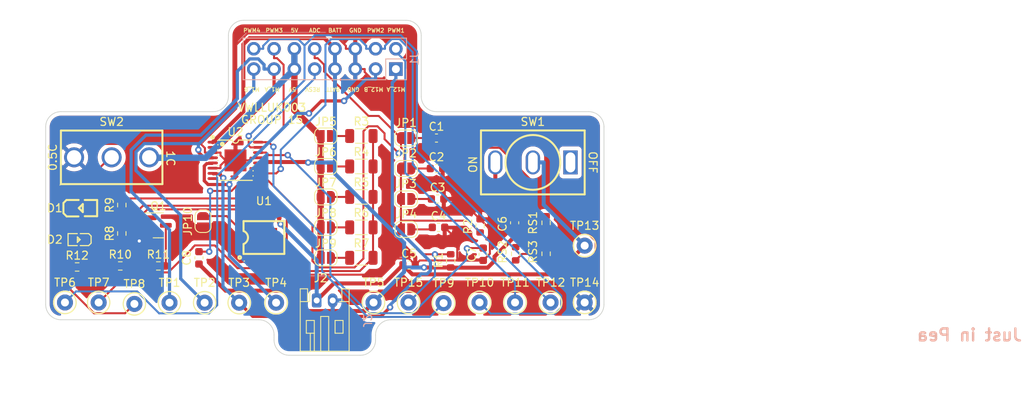
<source format=kicad_pcb>
(kicad_pcb (version 20211014) (generator pcbnew)
  (layers (0 "F.Cu" signal) (31 "B.Cu" signal) (34 "B.Paste" user) (35 "F.Paste" user) (36 "B.SilkS" user "B.Silkscreen") (37 "F.SilkS" user "F.Silkscreen") (38 "B.Mask" user) (39 "F.Mask" user) (44 "Edge.Cuts" user))
  (net 0 "")
  (net 1 "GND")
  (net 2 "Motor2_A")
  (net 3 "PWM1")
  (net 4 "Motor2_B")
  (net 5 "PWM2")
  (net 6 "BATT")
  (net 7 "RESV")
  (net 8 "BATT_ADC")
  (net 9 "5V")
  (net 10 "Motor1_A")
  (net 11 "PWM3")
  (net 12 "Motor1_B")
  (net 13 "PWM4")
  (net 14 "Net-(D1-Pad1)")
  (net 15 "Net-(D1-Pad2)")
  (net 16 "Net-(D2-Pad1)")
  (net 17 "Net-(JP5-Pad2)")
  (net 18 "BATT_SWITCH")
  (net 19 "Net-(JP6-Pad2)")
  (net 20 "Net-(JP7-Pad2)")
  (net 21 "Net-(JP9-Pad2)")
  (net 22 "Net-(JP10-Pad1)")
  (net 23 "OFF")
  (net 24 "nFAULT")
  (net 25 "Net-(Q1-Pad3)")
  (net 26 "Net-(C1-Pad1)")
  (net 27 "Net-(C2-Pad1)")
  (net 28 "Net-(C3-Pad1)")
  (net 29 "Net-(C4-Pad1)")
  (net 30 "Net-(C7-Pad2)")
  (net 31 "Net-(C8-Pad2)")
  (net 32 "Net-(JP8-Pad2)")
  (net 33 "GATE")
  (net 34 "Net-(R8-Pad1)")
  (net 35 "Net-(R9-Pad1)")
  (net 36 "CURRENT_LIM")
  (net 37 "Net-(RS1-Pad1)")
  (net 38 "Net-(RS1-Pad2)")
  (footprint "Resistor_SMD:R_0603_1608Metric" (layer "F.Cu") (at 135.128 105.029 -90)
    (fp_text reference "R1")
    (fp_text value "3k")
  )
  (footprint "JLC_Components:TSSOP-16_L5.0-W4.4-P0.65-LS6.4-BL-EP" (layer "F.Cu") (at 108.204 92.456 -90)
    (fp_text reference "U2")
    (fp_text value "DRV8833PW")
  )
  (footprint "Capacitor_SMD:C_0603_1608Metric" (layer "F.Cu") (at 103.632 104.648 90)
    (fp_text reference "C8")
    (fp_text value "10nF")
  )
  (footprint "TestPoint:TestPoint_Keystone_5000-5004_Miniature" (layer "F.Cu") (at 86.868 110.236)
    (fp_text reference "TP6")
    (fp_text value "RESV")
  )
  (footprint "Jumper:SolderJumper-2_P1.3mm_Open_RoundedPad1.0x1.5mm" (layer "F.Cu") (at 119.507 97.028)
    (fp_text reference "JP7")
    (fp_text value "1R")
  )
  (footprint "TestPoint:TestPoint_Keystone_5000-5004_Miniature" (layer "F.Cu") (at 129.8448 110.236)
    (fp_text reference "TP15")
    (fp_text value "BATT_ADC")
  )
  (footprint "Resistor_SMD:R_0603_1608Metric" (layer "F.Cu") (at 143.256 104.14 -90)
    (fp_text reference "RS2")
    (fp_text value "11k")
  )
  (footprint "Capacitor_SMD:C_0603_1608Metric" (layer "F.Cu") (at 133.604 100.838)
    (fp_text reference "C4")
    (fp_text value "10uF")
  )
  (footprint "Jumper:SolderJumper-2_P1.3mm_Open_RoundedPad1.0x1.5mm" (layer "F.Cu") (at 129.54 89.662 180)
    (fp_text reference "JP1")
    (fp_text value "10nF")
  )
  (footprint "TestPoint:TestPoint_Keystone_5000-5004_Miniature" (layer "F.Cu") (at 138.7348 110.236)
    (fp_text reference "TP10")
    (fp_text value "PWM4")
  )
  (footprint "Jumper:SolderJumper-2_P1.3mm_Open_RoundedPad1.0x1.5mm" (layer "F.Cu") (at 119.507 100.838)
    (fp_text reference "JP8")
    (fp_text value "1R")
  )
  (footprint "Capacitor_SMD:C_0603_1608Metric" (layer "F.Cu") (at 133.35 89.662)
    (fp_text reference "C1")
    (fp_text value "10nF")
  )
  (footprint "TestPoint:TestPoint_Keystone_5000-5004_Miniature" (layer "F.Cu") (at 151.892 103.124)
    (fp_text reference "TP13")
    (fp_text value "SWITCH")
  )
  (footprint "Resistor_SMD:R_1206_3216Metric" (layer "F.Cu") (at 123.952 104.648)
    (fp_text reference "R7")
    (fp_text value "1")
  )
  (footprint "Package_TO_SOT_SMD:SOT-23" (layer "F.Cu") (at 98.552 100.584)
    (fp_text reference "Q1")
    (fp_text value "AO3400A")
  )
  (footprint "JLC_Components:LED0805-R-RD" (layer "F.Cu") (at 88.9 98.425)
    (fp_text reference "D1")
    (fp_text value "GREEN")
  )
  (footprint "TestPoint:TestPoint_Keystone_5000-5004_Miniature" (layer "F.Cu") (at 143.1798 110.236)
    (fp_text reference "TP11")
    (fp_text value "PWM1")
  )
  (footprint "Capacitor_SMD:C_0603_1608Metric" (layer "F.Cu") (at 139.192 104.203 90)
    (fp_text reference "C7")
    (fp_text value "2.2uF")
  )
  (footprint "TestPoint:TestPoint_Keystone_5000-5004_Miniature" (layer "F.Cu") (at 95.5548 110.4138)
    (fp_text reference "TP8")
    (fp_text value "GATE")
  )
  (footprint "TestPoint:TestPoint_Keystone_5000-5004_Miniature" (layer "F.Cu") (at 91.0844 110.236)
    (fp_text reference "TP7")
    (fp_text value "CURRENT_LIM")
  )
  (footprint "Jumper:SolderJumper-2_P1.3mm_Open_RoundedPad1.0x1.5mm" (layer "F.Cu") (at 129.555 101.092 180)
    (fp_text reference "JP4")
    (fp_text value "10uF")
  )
  (footprint "Jumper:SolderJumper-2_P1.3mm_Open_RoundedPad1.0x1.5mm" (layer "F.Cu") (at 119.507 93.218)
    (fp_text reference "JP6")
    (fp_text value "1R")
  )
  (footprint "Capacitor_SMD:C_0603_1608Metric" (layer "F.Cu") (at 133.35 93.472)
    (fp_text reference "C2")
    (fp_text value "100nF")
  )
  (footprint "Connector_JST:JST_PH_S2B-PH-K_1x02_P2.00mm_Horizontal" (layer "F.Cu") (at 118.364 109.982)
    (fp_text reference "J2")
    (fp_text value "Conn_01x02_Female")
  )
  (footprint "Resistor_SMD:R_1206_3216Metric" (layer "F.Cu") (at 123.952 97.028)
    (fp_text reference "R5")
    (fp_text value "1")
  )
  (footprint "Resistor_SMD:R_0603_1608Metric" (layer "F.Cu") (at 88.392 105.791)
    (fp_text reference "R12")
    (fp_text value "10k")
  )
  (footprint "JLC_Components:LED0603-RD" (layer "F.Cu") (at 88.646 102.362 180)
    (fp_text reference "D2")
    (fp_text value "RED")
  )
  (footprint "Resistor_SMD:R_0603_1608Metric" (layer "F.Cu") (at 147.066 100.266 -90)
    (fp_text reference "RS1")
    (fp_text value "3.3k")
  )
  (footprint "Resistor_SMD:R_1206_3216Metric" (layer "F.Cu") (at 123.952 89.408)
    (fp_text reference "R3")
    (fp_text value "1")
  )
  (footprint "Resistor_SMD:R_1206_3216Metric" (layer "F.Cu") (at 123.952 93.218)
    (fp_text reference "R4")
    (fp_text value "1")
  )
  (footprint "Capacitor_SMD:C_0603_1608Metric" (layer "F.Cu") (at 133.49 97.282)
    (fp_text reference "C3")
    (fp_text value "1uF")
  )
  (footprint "TestPoint:TestPoint_Keystone_5000-5004_Miniature" (layer "F.Cu") (at 134.239 110.3122)
    (fp_text reference "TP9")
    (fp_text value "PWM3")
  )
  (footprint "TestPoint:TestPoint_Keystone_5000-5004_Miniature" (layer "F.Cu") (at 125.476 110.236)
    (fp_text reference "TP5")
    (fp_text value "BATT")
  )
  (footprint "JLC_Components:SW-TH_SS-12D10L5" (layer "F.Cu") (at 92.71 92.075)
    (fp_text reference "SW2")
    (fp_text value "SLIDE_SWITCH")
  )
  (footprint "Resistor_SMD:R_0603_1608Metric" (layer "F.Cu") (at 93.98 101.6 -90)
    (fp_text reference "R8")
    (fp_text value "1k")
  )
  (footprint "Jumper:SolderJumper-2_P1.3mm_Open_RoundedPad1.0x1.5mm" (layer "F.Cu") (at 104.14 100.076 -90)
    (fp_text reference "JP10")
    (fp_text value "EP")
  )
  (footprint "JLC_Components:ESOP-8_L4.9-W3.9-P1.27-LS6.0-BL-EP" (layer "F.Cu") (at 111.76 102.108)
    (fp_text reference "U1")
    (fp_text value "TP4056")
  )
  (footprint "TestPoint:TestPoint_Keystone_5000-5004_Miniature" (layer "F.Cu") (at 113.284 110.2614)
    (fp_text reference "TP4")
    (fp_text value "Motor2_B")
  )
  (footprint "Jumper:SolderJumper-2_P1.3mm_Open_RoundedPad1.0x1.5mm" (layer "F.Cu") (at 119.507 104.648)
    (fp_text reference "JP9")
    (fp_text value "1R")
  )
  (footprint "JLC_Components:SW-TH_MT-0-103-A101-M200-RS" (layer "F.Cu") (at 145.415 92.71 180)
    (fp_text reference "SW1")
    (fp_text value "SW_SPDT")
  )
  (footprint "TestPoint:TestPoint_Keystone_5000-5004_Miniature" (layer "F.Cu") (at 147.6248 110.236)
    (fp_text reference "TP12")
    (fp_text value "PWM2")
  )
  (footprint "Jumper:SolderJumper-2_P1.3mm_Open_RoundedPad1.0x1.5mm" (layer "F.Cu") (at 129.555 97.282 180)
    (fp_text reference "JP3")
    (fp_text value "1uF")
  )
  (footprint "Resistor_SMD:R_0603_1608Metric" (layer "F.Cu") (at 93.98 98.044 -90)
    (fp_text reference "R9")
    (fp_text value "1k")
  )
  (footprint "Resistor_SMD:R_0603_1608Metric" (layer "F.Cu") (at 147.066 104.139 -90)
    (fp_text reference "RS3")
    (fp_text value "2.7k")
  )
  (footprint "Jumper:SolderJumper-2_P1.3mm_Open_RoundedPad1.0x1.5mm" (layer "F.Cu") (at 129.555 93.472 180)
    (fp_text reference "JP2")
    (fp_text value "100nF")
  )
  (footprint "TestPoint:TestPoint_Keystone_5000-5004_Miniature" (layer "F.Cu") (at 104.3432 110.2614)
    (fp_text reference "TP2")
    (fp_text value "Motor1_B")
  )
  (footprint "TestPoint:TestPoint_Keystone_5000-5004_Miniature" (layer "F.Cu") (at 151.892 110.236)
    (fp_text reference "TP14")
    (fp_text value "GND")
  )
  (footprint "TestPoint:TestPoint_Keystone_5000-5004_Miniature" (layer "F.Cu") (at 108.6612 110.2614)
    (fp_text reference "TP3")
    (fp_text value "Motor2_A")
  )
  (footprint "Capacitor_SMD:C_0603_1608Metric" (layer "F.Cu") (at 129.921 105.537)
    (fp_text reference "C5")
    (fp_text value "10uF")
  )
  (footprint "TestPoint:TestPoint_Keystone_5000-5004_Miniature" (layer "F.Cu") (at 99.949 110.2614)
    (fp_text reference "TP1")
    (fp_text value "Motor1_A")
  )
  (footprint "Resistor_SMD:R_0603_1608Metric" (layer "F.Cu") (at 93.789 105.664)
    (fp_text reference "R10")
    (fp_text value "3k")
  )
  (footprint "Capacitor_SMD:C_0603_1608Metric" (layer "F.Cu") (at 143.129 100.266 -90)
    (fp_text reference "C6")
    (fp_text value "10uF")
  )
  (footprint "Jumper:SolderJumper-2_P1.3mm_Open_RoundedPad1.0x1.5mm" (layer "F.Cu") (at 119.507 89.408)
    (fp_text reference "JP5")
    (fp_text value "1R")
  )
  (footprint "Resistor_SMD:R_0603_1608Metric" (layer "F.Cu") (at 98.552 105.664)
    (fp_text reference "R11")
    (fp_text value "3k")
  )
  (footprint "Resistor_SMD:R_0603_1608Metric" (layer "F.Cu") (at 138.811 100.647 -90)
    (fp_text reference "R2")
    (fp_text value "10k")
  )
  (footprint "Resistor_SMD:R_1206_3216Metric" (layer "F.Cu") (at 123.952 100.838)
    (fp_text reference "R6")
    (fp_text value "1")
  )
  (footprint "Connector_PinHeader_2.54mm:PinHeader_2x08_P2.54mm_Vertical" (layer "B.Cu") (at 128.27 81.031 90)
    (fp_text reference "J1")
    (fp_text value "Conn_2x08")
  )
  (gr_arc (start 129.54 74.93) (mid 130.887038 75.487962) (end 131.445 76.835) (layer "Edge.Cuts") (width 0.1))
  (gr_arc (start 114.935 116.84) (mid 113.587962 116.282038) (end 113.03 114.935) (layer "Edge.Cuts") (width 0.1))
  (gr_line (start 125.73 114.935) (end 125.73 114.3) (layer "Edge.Cuts") (width 0.1))
  (gr_line (start 154.305 88.265001) (end 154.305001 110.490001) (layer "Edge.Cuts") (width 0.1))
  (gr_line (start 109.22 74.93) (end 129.54 74.93) (layer "Edge.Cuts") (width 0.1))
  (gr_line (start 114.935 116.84) (end 123.825 116.84) (layer "Edge.Cuts") (width 0.1))
  (gr_line (start 84.455 110.49) (end 84.455001 88.265001) (layer "Edge.Cuts") (width 0.1))
  (gr_line (start 127.635 112.395) (end 152.400001 112.395001) (layer "Edge.Cuts") (width 0.1))
  (gr_line (start 131.445 76.835) (end 131.445 84.455) (layer "Edge.Cuts") (width 0.1))
  (gr_arc (start 107.315 76.835) (mid 107.872962 75.487962) (end 109.22 74.93) (layer "Edge.Cuts") (width 0.1))
  (gr_arc (start 154.305001 110.490001) (mid 153.747039 111.837039) (end 152.400001 112.395001) (layer "Edge.Cuts") (width 0.1))
  (gr_arc (start 152.399999 86.360001) (mid 153.747038 86.917962) (end 154.304999 88.265001) (layer "Edge.Cuts") (width 0.1))
  (gr_arc (start 107.315 84.455) (mid 106.757038 85.802038) (end 105.41 86.36) (layer "Edge.Cuts") (width 0.1))
  (gr_arc (start 125.73 114.3) (mid 126.287962 112.952962) (end 127.635 112.395) (layer "Edge.Cuts") (width 0.1))
  (gr_line (start 86.36 112.395) (end 111.125 112.395) (layer "Edge.Cuts") (width 0.1))
  (gr_line (start 152.399999 86.360001) (end 133.35 86.36) (layer "Edge.Cuts") (width 0.1))
  (gr_arc (start 86.36 112.395) (mid 85.012962 111.837038) (end 84.455 110.49) (layer "Edge.Cuts") (width 0.1))
  (gr_line (start 113.03 114.3) (end 113.03 114.935) (layer "Edge.Cuts") (width 0.1))
  (gr_arc (start 111.125 112.395) (mid 112.472038 112.952962) (end 113.03 114.3) (layer "Edge.Cuts") (width 0.1))
  (gr_arc (start 125.73 114.935) (mid 125.172038 116.282038) (end 123.825 116.84) (layer "Edge.Cuts") (width 0.1))
  (gr_line (start 107.315 76.835) (end 107.315 84.455) (layer "Edge.Cuts") (width 0.1))
  (gr_arc (start 133.35 86.36) (mid 132.002962 85.802038) (end 131.445 84.455) (layer "Edge.Cuts") (width 0.1))
  (gr_arc (start 84.455001 88.265001) (mid 85.012962 86.917962) (end 86.360001 86.360001) (layer "Edge.Cuts") (width 0.1))
  (gr_line (start 105.41 86.360001) (end 86.360001 86.360001) (layer "Edge.Cuts") (width 0.1))
  (gr_text "Just in Pea" (at 200.025 114.3) (layer "B.SilkS") (effects (font (size 1.5 1.5) (thickness 0.3)) (justify mirror)))
  (gr_text "J2" (at 124.6925 112.522 -90) (layer "B.SilkS") (effects (font (size 1 1)) (justify mirror)))
  (gr_text "PWM4" (at 110.251 76.2) (layer "F.SilkS") (effects (font (size 0.5 0.5) (thickness 0.1))))
  (gr_text "PWM3\n" (at 113.045 76.2) (layer "F.SilkS") (effects (font (size 0.5 0.5) (thickness 0.1))))
  (gr_text "GND" (at 123.205 76.2) (layer "F.SilkS") (effects (font (size 0.5 0.5) (thickness 0.1))))
  (gr_text "ON" (at 137.922 92.964 90) (layer "F.SilkS") (effects (font (size 1 1))))
  (gr_text "5V" (at 115.585 76.2) (layer "F.SilkS") (effects (font (size 0.5 0.5) (thickness 0.1))))
  (gr_text "VWLLUK003" (at 112.776 85.852) (layer "F.SilkS") (effects (font (size 1 1))))
  (gr_text "ADC" (at 118.125 76.2) (layer "F.SilkS") (effects (font (size 0.5 0.5) (thickness 0.1))))
  (gr_text "OFF\n" (at 152.908 92.71 270) (layer "F.SilkS") (effects (font (size 1 1))))
  (gr_text "RESV" (at 117.871 83.566 180) (layer "F.SilkS") (effects (font (size 0.5 0.5) (thickness 0.1))))
  (gr_text "M1_B" (at 110.251 83.566 180) (layer "F.SilkS") (effects (font (size 0.5 0.5) (thickness 0.1))))
  (gr_text "M12_B" (at 125.491 83.566 180) (layer "F.SilkS") (effects (font (size 0.5 0.5) (thickness 0.1))))
  (gr_text "5V" (at 115.331 83.566 180) (layer "F.SilkS") (effects (font (size 0.5 0.5) (thickness 0.1))))
  (gr_text "PWM2" (at 125.745 76.2) (layer "F.SilkS") (effects (font (size 0.5 0.5) (thickness 0.1))))
  (gr_text "GROUP 15" (at 112.776 87.376) (layer "F.SilkS") (effects (font (size 1 1))))
  (gr_text "PWM1" (at 128.285 76.2) (layer "F.SilkS") (effects (font (size 0.5 0.5) (thickness 0.1))))
  (gr_text "0.5C" (at 85.344 92.075 90) (layer "F.SilkS") (effects (font (size 1 1))))
  (gr_text "GND" (at 122.951 83.566 180) (layer "F.SilkS") (effects (font (size 0.5 0.5) (thickness 0.1))))
  (gr_text "BATT" (at 120.665 76.2) (layer "F.SilkS") (effects (font (size 0.5 0.5) (thickness 0.1))))
  (gr_text "M1_A" (at 112.791 83.566 180) (layer "F.SilkS") (effects (font (size 0.5 0.5) (thickness 0.1))))
  (gr_text "M12_A" (at 128.285 83.566 180) (layer "F.SilkS") (effects (font (size 0.5 0.5) (thickness 0.1))))
  (gr_text "1C" (at 100.076 92.202 270) (layer "F.SilkS") (effects (font (size 1 1))))
  (gr_text "BATT" (at 120.411 83.566 180) (layer "F.SilkS") (effects (font (size 0.5 0.5) (thickness 0.1))))
  (segment (start 103.8629 90.399) (end 89.686 90.399) (width 0.25) (layer "F.Cu") (net 1))
  (segment (start 153.2682 106.1912) (end 150.5577 108.9017) (width 0.25) (layer "F.Cu") (net 1))
  (segment (start 96.1678 102.5414) (end 97.1752 101.534) (width 0.25) (layer "F.Cu") (net 1))
  (segment (start 129.8876 104.7286) (end 130.696 105.537) (width 0.25) (layer "F.Cu") (net 1))
  (segment (start 112.395 105.4797) (end 112.395 105.0163) (width 0.25) (layer "F.Cu") (net 1))
  (segment (start 143.065 92.8081) (end 146.2211 95.9642) (width 0.25) (layer "F.Cu") (net 1))
  (segment (start 124.3669 81.3989) (end 125.1759 82.2079) (width 0.25) (layer "F.Cu") (net 1))
  (segment (start 97.1752 101.534) (end 97.6145 101.534) (width 0.25) (layer "F.Cu") (net 1))
  (segment (start 111.054 92.1311) (end 110.0771 92.1311) (width 0.25) (layer "F.Cu") (net 1))
  (segment (start 140.03 104.14) (end 139.192 104.978) (width 0.25) (layer "F.Cu") (net 1))
  (segment (start 109.855 105.0163) (end 109.855 104.0894) (width 0.25) (layer "F.Cu") (net 1))
  (segment (start 126.3283 106.7548) (end 128.3545 104.7286) (width 0.25) (layer "F.Cu") (net 1))
  (segment (start 109.7226 76.5672) (end 107.9818 78.308) (width 0.25) (layer "F.Cu") (net 1))
  (segment (start 110.0771 92.2798) (end 110.0771 92.1311) (width 0.25) (layer "F.Cu") (net 1))
  (segment (start 130.696 105.537) (end 131.255 104.978) (width 0.25) (layer "F.Cu") (net 1))
  (segment (start 105.354 91.4809) (end 106.3309 91.4809) (width 0.25) (layer "F.Cu") (net 1))
  (segment (start 146.683 95.9642) (end 153.2682 102.5494) (width 0.25) (layer "F.Cu") (net 1))
  (segment (start 112.395 105.0163) (end 112.395 104.0894) (width 0.25) (layer "F.Cu") (net 1))
  (segment (start 122.0131 78.1252) (end 120.4551 76.5672) (width 0.25) (layer "F.Cu") (net 1))
  (segment (start 138.811 99.822) (end 140.03 101.041) (width 0.25) (layer "F.Cu") (net 1))
  (segment (start 122.0131 78.491) (end 122.0131 78.1252) (width 0.25) (layer "F.Cu") (net 1))
  (segment (start 89.686 90.399) (end 88.01 92.075) (width 0.25) (layer "F.Cu") (net 1))
  (segment (start 125.1759 82.2079) (end 126.6709 82.2079) (width 0.25) (layer "F.Cu") (net 1))
  (segment (start 112.395 104.0894) (end 109.855 104.0894) (width 0.25) (layer "F.Cu") (net 1))
  (segment (start 120.364 109.982) (end 121.2909 109.982) (width 0.25) (layer "F.Cu") (net 1))
  (segment (start 108.204 92.456) (end 109.9009 92.456) (width 0.25) (layer "F.Cu") (net 1))
  (segment (start 89.344 105.664) (end 89.217 105.791) (width 0.25) (layer "F.Cu") (net 1))
  (segment (start 96.1678 102.5414) (end 93.0452 105.664) (width 0.25) (layer "F.Cu") (net 1))
  (segment (start 106.9584 92.456) (end 106.3309 93.0835) (width 0.25) (layer "F.Cu") (net 1))
  (segment (start 121.2909 109.982) (end 122.3712 108.9017) (width 0.25) (layer "F.Cu") (net 1))
  (segment (start 146.2211 95.9642) (end 146.683 95.9642) (width 0.25) (layer "F.Cu") (net 1))
  (segment (start 134.125 90.8771) (end 141.2491 90.8771) (width 0.25) (layer "F.Cu") (net 1))
  (segment (start 104.3771 91.4809) (end 104.3771 90.9132) (width 0.25) (layer "F.Cu") (net 1))
  (segment (start 140.03 101.041) (end 143.129 101.041) (width 0.25) (layer "F.Cu") (net 1))
  (segment (start 126.6709 82.2079) (end 134.125 89.662) (width 0.25) (layer "F.Cu") (net 1))
  (segment (start 134.125 93.472) (end 134.125 97.142) (width 0.25) (layer "F.Cu") (net 1))
  (segment (start 92.964 105.664) (end 89.344 105.664) (width 0.25) (layer "F.Cu") (net 1))
  (segment (start 135.9485 102.4075) (end 134.379 100.838) (width 0.25) (layer "F.Cu") (net 1))
  (segment (start 109.9009 92.456) (end 110.0771 92.2798) (width 0.25) (layer "F.Cu") (net 1))
  (segment (start 136.271 97.282) (end 138.811 99.822) (width 0.25) (layer "F.Cu") (net 1))
  (segment (start 104.14 100.726) (end 107.5034 104.0894) (width 0.25) (layer "F.Cu") (net 1))
  (segment (start 113.2066 106.7548) (end 126.3283 106.7548) (width 0.25) (layer "F.Cu") (net 1))
  (segment (start 122.3712 108.9017) (end 150.5577 108.9017) (width 0.25) (layer "F.Cu") (net 1))
  (segment (start 143.065 92.693) (end 143.065 92.8081) (width 0.25) (layer "F.Cu") (net 1))
  (segment (start 150.5577 108.9017) (end 151.892 110.236) (width 0.25) (layer "F.Cu") (net 1))
  (segment (start 141.2491 90.8771) (end 143.065 92.693) (width 0.25) (layer "F.Cu") (net 1))
  (segment (start 124.3669 81.031) (end 124.3669 81.3989) (width 0.25) (layer "F.Cu") (net 1))
  (segment (start 93.0452 105.664) (end 92.964 105.664) (width 0.25) (layer "F.Cu") (net 1))
  (segment (start 107.9818 78.308) (end 107.9818 86.2801) (width 0.25) (layer "F.Cu") (net 1))
  (segment (start 134.265 97.282) (end 136.271 97.282) (width 0.25) (layer "F.Cu") (net 1))
  (segment (start 134.125 89.662) (end 134.125 90.8771) (width 0.25) (layer "F.Cu") (net 1))
  (segment (start 123.19 78.491) (end 122.0131 78.491) (width 0.25) (layer "F.Cu") (net 1))
  (segment (start 128.3545 104.7286) (end 129.8876 104.7286) (width 0.25) (layer "F.Cu") (net 1))
  (segment (start 106.3309 91.8285) (end 106.3309 91.4809) (width 0.25) (layer "F.Cu") (net 1))
  (segment (start 140.03 101.041) (end 140.03 104.14) (width 0.25) (layer "F.Cu") (net 1))
  (segment (start 131.255 104.978) (end 135.9485 104.978) (width 0.25) (layer "F.Cu") (net 1))
  (segment (start 153.2682 102.5494) (end 153.2682 106.1912) (width 0.25) (layer "F.Cu") (net 1))
  (segment (start 135.9485 104.978) (end 139.192 104.978) (width 0.25) (layer "F.Cu") (net 1))
  (segment (start 107.9818 86.2801) (end 103.8629 90.399) (width 0.25) (layer "F.Cu") (net 1))
  (segment (start 104.3771 90.9132) (end 103.8629 90.399) (width 0.25) (layer "F.Cu") (net 1))
  (segment (start 134.125 97.142) (end 134.265 97.282) (width 0.25) (layer "F.Cu") (net 1))
  (segment (start 107.5034 104.0894) (end 109.855 104.0894) (width 0.25) (layer "F.Cu") (net 1))
  (segment (start 134.125 90.8771) (end 134.125 93.472) (width 0.25) (layer "F.Cu") (net 1))
  (segment (start 108.204 92.456) (end 106.9584 92.456) (width 0.25) (layer "F.Cu") (net 1))
  (segment (start 105.354 91.4809) (end 104.3771 91.4809) (width 0.25) (layer "F.Cu") (net 1))
  (segment (start 123.19 81.031) (end 124.3669 81.031) (width 0.25) (layer "F.Cu") (net 1))
  (segment (start 106.3309 93.0835) (end 106.3309 93.4311) (width 0.25) (layer "F.Cu") (net 1))
  (segment (start 112.395 105.4797) (end 112.395 105.9432) (width 0.25) (layer "F.Cu") (net 1))
  (segment (start 135.9485 104.978) (end 135.9485 102.4075) (width 0.25) (layer "F.Cu") (net 1))
  (segment (start 106.9584 92.456) (end 106.3309 91.8285) (width 0.25) (layer "F.Cu") (net 1))
  (segment (start 105.354 93.4311) (end 106.3309 93.4311) (width 0.25) (layer "F.Cu") (net 1))
  (segment (start 112.395 105.9432) (end 113.2066 106.7548) (width 0.25) (layer "F.Cu") (net 1))
  (segment (start 120.4551 76.5672) (end 109.7226 76.5672) (width 0.25) (layer "F.Cu") (net 1))
  (via (at 96.1678 102.5414) (size 0.8) (drill 0.4) (layers "F.Cu" "B.Cu") (net 1))
  (segment (start 123.19 78.491) (end 123.19 81.031) (width 0.25) (layer "B.Cu") (net 1))
  (segment (start 96.1678 100.2328) (end 96.1678 102.5414) (width 0.25) (layer "B.Cu") (net 1))
  (segment (start 88.01 92.075) (end 96.1678 100.2328) (width 0.25) (layer "B.Cu") (net 1))
  (segment (start 106.6751 94.661) (end 106.305 94.2909) (width 0.4) (layer "F.Cu") (net 2))
  (segment (start 106.305 94.2909) (end 106.305 94.1557) (width 0.4) (layer "F.Cu") (net 2))
  (segment (start 108.6612 110.2614) (end 110.372 111.9722) (width 0.4) (layer "F.Cu") (net 2))
  (segment (start 126.4045 111.9722) (end 127.5418 110.8349) (width 0.4) (layer "F.Cu") (net 2))
  (segment (start 110.372 111.9722) (end 126.4045 111.9722) (width 0.4) (layer "F.Cu") (net 2))
  (segment (start 106.305 94.1557) (end 105.4286 94.1557) (width 0.3498) (layer "F.Cu") (net 2))
  (segment (start 105.4286 94.1557) (end 105.354 94.0811) (width 0.3498) (layer "F.Cu") (net 2))
  (via (at 127.5418 110.8349) (size 0.8) (drill 0.4) (layers "F.Cu" "B.Cu") (net 2))
  (via (at 106.6751 94.661) (size 0.8) (drill 0.4) (layers "F.Cu" "B.Cu") (net 2))
  (segment (start 128.27 81.031) (end 128.27 82.2829) (width 0.4) (layer "B.Cu") (net 2))
  (segment (start 132.5986 105.1489) (end 127.8231 100.3734) (width 0.4) (layer "B.Cu") (net 2))
  (segment (start 127.5418 110.5532) (end 131.4316 106.6634) (width 0.4) (layer "B.Cu") (net 2))
  (segment (start 108.6612 110.2614) (end 106.6338 108.234) (width 0.4) (layer "B.Cu") (net 2))
  (segment (start 106.6338 108.234) (end 106.6338 94.7023) (width 0.4) (layer "B.Cu") (net 2))
  (segment (start 131.4316 106.6634) (end 132.175 106.6634) (width 0.4) (layer "B.Cu") (net 2))
  (segment (start 127.8231 100.3734) (end 127.8231 82.7298) (width 0.4) (layer "B.Cu") (net 2))
  (segment (start 127.8231 82.7298) (end 128.27 82.2829) (width 0.4) (layer "B.Cu") (net 2))
  (segment (start 132.5986 106.2398) (end 132.5986 105.1489) (width 0.4) (layer "B.Cu") (net 2))
  (segment (start 106.6338 94.7023) (end 106.6751 94.661) (width 0.4) (layer "B.Cu") (net 2))
  (segment (start 132.175 106.6634) (end 132.5986 106.2398) (width 0.4) (layer "B.Cu") (net 2))
  (segment (start 127.5418 110.8349) (end 127.5418 110.5532) (width 0.4) (layer "B.Cu") (net 2))
  (segment (start 117.8291 105.0396) (end 117.8291 100.5293) (width 0.25) (layer "F.Cu") (net 3))
  (segment (start 117.8291 100.5293) (end 112.0309 94.7311) (width 0.25) (layer "F.Cu") (net 3))
  (segment (start 124.2115 104.7345) (end 123.095 105.851) (width 0.25) (layer "F.Cu") (net 3))
  (segment (start 126.8556 89.7976) (end 126.8556 89.08) (width 0.25) (layer "F.Cu") (net 3))
  (segment (start 118.6405 105.851) (end 117.8291 105.0396) (width 0.25) (layer "F.Cu") (net 3))
  (segment (start 111.054 94.7311) (end 112.0309 94.7311) (width 0.25) (layer "F.Cu") (net 3))
  (segment (start 123.095 105.851) (end 118.6405 105.851) (width 0.25) (layer "F.Cu") (net 3))
  (segment (start 128.625 91.567) (end 126.8556 89.7976) (width 0.25) (layer "F.Cu") (net 3))
  (segment (start 124.2115 88.8074) (end 124.2115 104.7345) (width 0.25) (layer "F.Cu") (net 3))
  (segment (start 124.8297 88.1892) (end 124.2115 88.8074) (width 0.25) (layer "F.Cu") (net 3))
  (segment (start 126.8556 89.08) (end 125.9648 88.1892) (width 0.25) (layer "F.Cu") (net 3))
  (segment (start 125.9648 88.1892) (end 124.8297 88.1892) (width 0.25) (layer "F.Cu") (net 3))
  (via (at 128.625 91.567) (size 0.8) (drill 0.4) (layers "F.Cu" "B.Cu") (net 3))
  (segment (start 129.4469 91.567) (end 129.4469 94.0177) (width 0.25) (layer "B.Cu") (net 3))
  (segment (start 128.27 79.0794) (end 128.4904 79.0794) (width 0.25) (layer "B.Cu") (net 3))
  (segment (start 128.27 78.491) (end 128.27 79.0794) (width 0.25) (layer "B.Cu") (net 3))
  (segment (start 128.4904 79.0794) (end 129.4469 80.0359) (width 0.25) (layer "B.Cu") (net 3))
  (segment (start 129.4469 80.0359) (end 129.4469 91.567) (width 0.25) (layer "B.Cu") (net 3))
  (segment (start 129.4469 94.0177) (end 143.1798 107.7506) (width 0.25) (layer "B.Cu") (net 3))
  (segment (start 129.4469 91.567) (end 128.625 91.567) (width 0.25) (layer "B.Cu") (net 3))
  (segment (start 143.1798 107.7506) (end 143.1798 110.236) (width 0.25) (layer "B.Cu") (net 3))
  (segment (start 104.3021 93.1575) (end 104.3021 95.0106) (width 0.4) (layer "F.Cu") (net 4))
  (segment (start 105.2794 92.8557) (end 104.6039 92.8557) (width 0.3498) (layer "F.Cu") (net 4))
  (segment (start 104.7678 95.4763) (end 107.4358 95.4763) (width 0.4) (layer "F.Cu") (net 4))
  (segment (start 121.7895 85.0181) (end 118.9573 85.0181) (width 0.4) (layer "F.Cu") (net 4))
  (segment (start 105.354 92.7811) (end 105.2794 92.8557) (width 0.3498) (layer "F.Cu") (net 4))
  (segment (start 104.3021 95.0106) (end 104.7678 95.4763) (width 0.4) (layer "F.Cu") (net 4))
  (segment (start 118.9573 85.0181) (end 117.3946 86.5808) (width 0.4) (layer "F.Cu") (net 4))
  (segment (start 104.6039 92.8557) (end 104.3021 93.1575) (width 0.4) (layer "F.Cu") (net 4))
  (via (at 107.4358 95.4763) (size 0.8) (drill 0.4) (layers "F.Cu" "B.Cu") (net 4))
  (via (at 121.7895 85.0181) (size 0.8) (drill 0.4) (layers "F.Cu" "B.Cu") (net 4))
  (via (at 117.3946 86.5808) (size 0.8) (drill 0.4) (layers "F.Cu" "B.Cu") (net 4))
  (segment (start 125.73 81.031) (end 125.73 82.2829) (width 0.4) (layer "B.Cu") (net 4))
  (segment (start 116 86.5808) (end 107.4358 95.145) (width 0.4) (layer "B.Cu") (net 4))
  (segment (start 107.4358 104.4132) (end 113.284 110.2614) (width 0.4) (layer "B.Cu") (net 4))
  (segment (start 107.4358 95.4763) (end 107.4358 104.4132) (width 0.4) (layer "B.Cu") (net 4))
  (segment (start 117.3946 86.5808) (end 116 86.5808) (width 0.4) (layer "B.Cu") (net 4))
  (segment (start 107.4358 95.145) (end 107.4358 95.4763) (width 0.4) (layer "B.Cu") (net 4))
  (segment (start 124.5247 82.2829) (end 121.7895 85.0181) (width 0.4) (layer "B.Cu") (net 4))
  (segment (start 125.73 82.2829) (end 124.5247 82.2829) (width 0.4) (layer "B.Cu") (net 4))
  (segment (start 111.054 94.0811) (end 113.3074 94.0811) (width 0.25) (layer "F.Cu") (net 5))
  (segment (start 113.3074 94.0811) (end 113.8721 93.5164) (width 0.25) (layer "F.Cu") (net 5))
  (via (at 113.8721 93.5164) (size 0.8) (drill 0.4) (layers "F.Cu" "B.Cu") (net 5))
  (segment (start 113.8721 91.1313) (end 119.4597 85.5437) (width 0.25) (layer "B.Cu") (net 5))
  (segment (start 113.8721 93.5164) (end 113.8721 91.1313) (width 0.25) (layer "B.Cu") (net 5))
  (segment (start 123.7175 77.2876) (end 124.5531 78.1232) (width 0.25) (layer "B.Cu") (net 5))
  (segment (start 120.1754 77.2876) (end 123.7175 77.2876) (width 0.25) (layer "B.Cu") (net 5))
  (segment (start 119.4597 85.5437) (end 119.4597 78.0033) (width 0.25) (layer "B.Cu") (net 5))
  (segment (start 124.5531 78.1232) (end 124.5531 78.491) (width 0.25) (layer "B.Cu") (net 5))
  (segment (start 126.9069 78.1252) (end 127.755 77.2771) (width 0.25) (layer "B.Cu") (net 5))
  (segment (start 128.7249 77.2771) (end 130.375 78.9272) (width 0.25) (layer "B.Cu") (net 5))
  (segment (start 125.73 78.491) (end 124.5531 78.491) (width 0.25) (layer "B.Cu") (net 5))
  (segment (start 130.375 92.9862) (end 147.6248 110.236) (width 0.25) (layer "B.Cu") (net 5))
  (segment (start 130.375 78.9272) (end 130.375 92.9862) (width 0.25) (layer "B.Cu") (net 5))
  (segment (start 125.73 78.491) (end 126.0243 78.491) (width 0.25) (layer "B.Cu") (net 5))
  (segment (start 127.755 77.2771) (end 128.7249 77.2771) (width 0.25) (layer "B.Cu") (net 5))
  (segment (start 126.0243 78.491) (end 126.9069 78.491) (width 0.25) (layer "B.Cu") (net 5))
  (segment (start 119.4597 78.0033) (end 120.1754 77.2876) (width 0.25) (layer "B.Cu") (net 5))
  (segment (start 126.9069 78.491) (end 126.9069 78.1252) (width 0.25) (layer "B.Cu") (net 5))
  (segment (start 143.1317 101.9743) (end 140.6054 104.5006) (width 0.5) (layer "F.Cu") (net 6))
  (segment (start 109.1881 77.9357) (end 109.1881 86.3468) (width 0.5) (layer "F.Cu") (net 6))
  (segment (start 144.0885 100.4505) (end 144.0885 101.5498) (width 0.5) (layer "F.Cu") (net 6))
  (segment (start 140.715 97.077) (end 143.129 99.491) (width 0.5) (layer "F.Cu") (net 6))
  (segment (start 120.65 78.491) (end 119.3263 77.1673) (width 0.5) (layer "F.Cu") (net 6))
  (segment (start 112.055 92.7565) (end 111.0786 92.7565) (width 0.3498) (layer "F.Cu") (net 6))
  (segment (start 125.476 110.236) (end 124.4021 111.3099) (width 0.5) (layer "F.Cu") (net 6))
  (segment (start 119.3263 77.1673) (end 109.9565 77.1673) (width 0.5) (layer "F.Cu") (net 6))
  (segment (start 109.1881 86.3468) (end 105.354 90.1809) (width 0.5) (layer "F.Cu") (net 6))
  (segment (start 135.1241 105.8579) (end 131.788 105.8579) (width 0.5) (layer "F.Cu") (net 6))
  (segment (start 135.1548 105.8808) (end 135.128 105.854) (width 0.5) (layer "F.Cu") (net 6))
  (segment (start 124.4021 111.3099) (end 116.948 111.3099) (width 0.5) (layer "F.Cu") (net 6))
  (segment (start 139.7585 105.8808) (end 135.1548 105.8808) (width 0.5) (layer "F.Cu") (net 6))
  (segment (start 140.6054 104.5006) (end 140.6054 105.0339) (width 0.5) (layer "F.Cu") (net 6))
  (segment (start 140.715 92.71) (end 140.715 97.077) (width 0.5) (layer "F.Cu") (net 6))
  (segment (start 117.2321 92.6644) (end 117.2943 92.7266) (width 0.5) (layer "F.Cu") (net 6))
  (segment (start 112.1471 92.6644) (end 117.2321 92.6644) (width 0.5) (layer "F.Cu") (net 6))
  (segment (start 109.9565 77.1673) (end 109.1881 77.9357) (width 0.5) (layer "F.Cu") (net 6))
  (segment (start 144.0885 101.5498) (end 143.664 101.9743) (width 0.5) (layer "F.Cu") (net 6))
  (segment (start 111.0786 92.7565) (end 111.054 92.7811) (width 0.3498) (layer "F.Cu") (net 6))
  (segment (start 135.128 105.854) (end 135.1241 105.8579) (width 0.5) (layer "F.Cu") (net 6))
  (segment (start 140.6054 105.0339) (end 139.7585 105.8808) (width 0.5) (layer "F.Cu") (net 6))
  (segment (start 106.9649 108.7559) (end 103.632 105.423) (width 0.5) (layer "F.Cu") (net 6))
  (segment (start 112.055 92.7565) (end 112.1471 92.6644) (width 0.5) (layer "F.Cu") (net 6))
  (segment (start 114.394 108.7559) (end 106.9649 108.7559) (width 0.5) (layer "F.Cu") (net 6))
  (segment (start 116.948 111.3099) (end 114.394 108.7559) (width 0.5) (layer "F.Cu") (net 6))
  (segment (start 143.129 99.491) (end 144.0885 100.4505) (width 0.5) (layer "F.Cu") (net 6))
  (segment (start 143.664 101.9743) (end 143.1317 101.9743) (width 0.5) (layer "F.Cu") (net 6))
  (via (at 131.788 105.8579) (size 0.8) (drill 0.4) (layers "F.Cu" "B.Cu") (net 6))
  (via (at 117.2943 92.7266) (size 0.8) (drill 0.4) (layers "F.Cu" "B.Cu") (net 6))
  (segment (start 120.65 92.7266) (end 120.65 94.1222) (width 0.5) (layer "B.Cu") (net 6))
  (segment (start 120.65 92.7266) (end 117.2943 92.7266) (width 0.5) (layer "B.Cu") (net 6))
  (segment (start 129.3047 102.7769) (end 129.3047 105.8579) (width 0.5) (layer "B.Cu") (net 6))
  (segment (start 129.3047 105.8579) (end 129.3047 106.4073) (width 0.5) (layer "B.Cu") (net 6))
  (segment (start 120.65 78.491) (end 120.65 81.031) (width 0.5) (layer "B.Cu") (net 6))
  (segment (start 129.3047 105.8579) (end 131.788 105.8579) (width 0.5) (layer "B.Cu") (net 6))
  (segment (start 129.3047 106.4073) (end 125.476 110.236) (width 0.5) (layer "B.Cu") (net 6))
  (segment (start 120.65 94.1222) (end 129.3047 102.7769) (width 0.5) (layer "B.Cu") (net 6))
  (segment (start 120.65 81.031) (end 120.65 92.7266) (width 0.5) (layer "B.Cu") (net 6))
  (segment (start 105.9162 94.392) (end 105.9162 110.5767) (width 0.25) (layer "B.Cu") (net 7))
  (segment (start 104.8987 111.5942) (end 98.65 111.5942) (width 0.25) (layer "B.Cu") (net 7))
  (segment (start 118.11 81.031) (end 118.11 82.2079) (width 0.25) (layer "B.Cu") (net 7))
  (segment (start 118.11 82.2079) (end 118.1003 82.2079) (width 0.25) (layer "B.Cu") (net 7))
  (segment (start 88.2568 108.8472) (end 86.868 110.236) (width 0.25) (layer "B.Cu") (net 7))
  (segment (start 118.1003 82.2079) (end 105.9162 94.392) (width 0.25) (layer "B.Cu") (net 7))
  (segment (start 105.9162 110.5767) (end 104.8987 111.5942) (width 0.25) (layer "B.Cu") (net 7))
  (segment (start 98.65 111.5942) (end 95.903 108.8472) (width 0.25) (layer "B.Cu") (net 7))
  (segment (start 95.903 108.8472) (end 88.2568 108.8472) (width 0.25) (layer "B.Cu") (net 7))
  (segment (start 128.905 99.9997) (end 137.3387 99.9997) (width 0.25) (layer "F.Cu") (net 8))
  (segment (start 128.905 97.282) (end 128.905 99.9997) (width 0.25) (layer "F.Cu") (net 8))
  (segment (start 133.1576 104.204) (end 133.1576 104.2155) (width 0.25) (layer "F.Cu") (net 8))
  (segment (start 135.128 104.204) (end 133.1576 104.204) (width 0.25) (layer "F.Cu") (net 8))
  (segment (start 128.9051 90.8191) (end 128.905 90.8191) (width 0.25) (layer "F.Cu") (net 8))
  (segment (start 118.4779 79.6679) (end 119.2869 80.4769) (width 0.25) (layer "F.Cu") (net 8))
  (segment (start 124.8427 86.8948) (end 126.1228 86.8948) (width 0.25) (layer "F.Cu") (net 8))
  (segment (start 129.3519 91.2659) (end 128.9051 90.8191) (width 0.25) (layer "F.Cu") (net 8))
  (segment (start 128.905 99.9997) (end 128.905 101.092) (width 0.25) (layer "F.Cu") (net 8))
  (segment (start 128.905 93.472) (end 128.905 97.282) (width 0.25) (layer "F.Cu") (net 8))
  (segment (start 118.11 79.6679) (end 118.4779 79.6679) (width 0.25) (layer "F.Cu") (net 8))
  (segment (start 128.905 89.677) (end 128.89 89.662) (width 0.25) (layer "F.Cu") (net 8))
  (segment (start 128.905 93.472) (end 129.3519 93.0251) (width 0.25) (layer "F.Cu") (net 8))
  (segment (start 118.11 78.491) (end 118.11 79.6679) (width 0.25) (layer "F.Cu") (net 8))
  (segment (start 119.2869 81.339) (end 124.8427 86.8948) (width 0.25) (layer "F.Cu") (net 8))
  (segment (start 131.567 104.204) (end 128.905 101.542) (width 0.25) (layer "F.Cu") (net 8))
  (segment (start 119.2869 80.4769) (end 119.2869 81.339) (width 0.25) (layer "F.Cu") (net 8))
  (segment (start 126.1228 86.8948) (end 128.89 89.662) (width 0.25) (layer "F.Cu") (net 8))
  (segment (start 128.905 101.542) (end 128.905 101.092) (width 0.25) (layer "F.Cu") (net 8))
  (segment (start 129.3519 93.0251) (end 129.3519 91.2659) (width 0.25) (layer "F.Cu") (net 8))
  (segment (start 133.1576 104.204) (end 131.567 104.204) (width 0.25) (layer "F.Cu") (net 8))
  (segment (start 137.3387 99.9997) (end 138.811 101.472) (width 0.25) (layer "F.Cu") (net 8))
  (segment (start 128.905 90.8191) (end 128.905 89.677) (width 0.25) (layer "F.Cu") (net 8))
  (via (at 133.1576 104.2155) (size 0.8) (drill 0.4) (layers "F.Cu" "B.Cu") (net 8))
  (segment (start 129.8448 110.236) (end 133.1576 106.9232) (width 0.25) (layer "B.Cu") (net 8))
  (segment (start 133.1576 106.9232) (end 133.1576 104.2155) (width 0.25) (layer "B.Cu") (net 8))
  (segment (start 118.857 97.028) (end 118.857 100.838) (width 0.8) (layer "F.Cu") (net 9))
  (segment (start 118.857 93.218) (end 118.857 89.408) (width 0.8) (layer "F.Cu") (net 9))
  (segment (start 118.857 93.218) (end 118.857 97.028) (width 0.8) (layer "F.Cu") (net 9))
  (segment (start 115.57 86.173) (end 118.805 89.408) (width 0.8) (layer "F.Cu") (net 9))
  (segment (start 115.57 82.4829) (end 115.57 86.173) (width 0.8) (layer "F.Cu") (net 9))
  (segment (start 118.857 100.838) (end 118.857 104.648) (width 0.8) (layer "F.Cu") (net 9))
  (segment (start 115.57 81.031) (end 115.57 82.4829) (width 0.8) (layer "F.Cu") (net 9))
  (segment (start 118.805 89.408) (end 118.857 89.408) (width 0.8) (layer "F.Cu") (net 9))
  (segment (start 97.41 92.075) (end 97.4628 92.1278) (width 0.8) (layer "B.Cu") (net 9))
  (segment (start 104.4732 92.1278) (end 115.57 81.031) (width 0.8) (layer "B.Cu") (net 9))
  (segment (start 97.4628 92.1278) (end 104.4732 92.1278) (width 0.8) (layer "B.Cu") (net 9))
  (segment (start 115.57 78.491) (end 115.57 81.031) (width 0.8) (layer "B.Cu") (net 9))
  (segment (start 106.3402 90.7192) (end 106.2285 90.8309) (width 0.3498) (layer "F.Cu") (net 10))
  (segment (start 113.03 84.0294) (end 106.3402 90.7192) (width 0.4) (layer "F.Cu") (net 10))
  (segment (start 106.2285 90.8309) (end 105.354 90.8309) (width 0.3498) (layer "F.Cu") (net 10))
  (segment (start 113.03 81.031) (end 113.03 84.0294) (width 0.4) (layer "F.Cu") (net 10))
  (segment (start 95.1457 91.1481) (end 95.1457 96.3463) (width 0.4) (layer "B.Cu") (net 10))
  (segment (start 113.03 81.031) (end 111.7781 81.031) (width 0.4) (layer "B.Cu") (net 10))
  (segment (start 111.0558 79.761) (end 109.9855 79.761) (width 0.4) (layer "B.Cu") (net 10))
  (segment (start 99.949 101.1496) (end 99.949 110.2614) (width 0.4) (layer "B.Cu") (net 10))
  (segment (start 108.435 81.3115) (end 108.435 84.7309) (width 0.4) (layer "B.Cu") (net 10))
  (segment (start 95.1457 96.3463) (end 99.949 101.1496) (width 0.4) (layer "B.Cu") (net 10))
  (segment (start 96.9948 89.299) (end 95.1457 91.1481) (width 0.4) (layer "B.Cu") (net 10))
  (segment (start 108.435 84.7309) (end 103.8669 89.299) (width 0.4) (layer "B.Cu") (net 10))
  (segment (start 103.8669 89.299) (end 96.9948 89.299) (width 0.4) (layer "B.Cu") (net 10))
  (segment (start 109.9855 79.761) (end 108.435 81.3115) (width 0.4) (layer "B.Cu") (net 10))
  (segment (start 111.7781 81.031) (end 111.7781 80.4833) (width 0.4) (layer "B.Cu") (net 10))
  (segment (start 111.7781 80.4833) (end 111.0558 79.761) (width 0.4) (layer "B.Cu") (net 10))
  (segment (start 111.9175 90.1809) (end 112.3665 90.1809) (width 0.25) (layer "F.Cu") (net 11))
  (segment (start 111.054 90.1809) (end 111.9175 90.1809) (width 0.25) (layer "F.Cu") (net 11))
  (segment (start 114.2227 88.3247) (end 112.3665 90.1809) (width 0.25) (layer "F.Cu") (net 11))
  (segment (start 114.2227 80.4928) (end 114.2227 88.3247) (width 0.25) (layer "F.Cu") (net 11))
  (segment (start 113.3978 79.6679) (end 114.2227 80.4928) (width 0.25) (layer "F.Cu") (net 11))
  (segment (start 112.3665 90.1809) (end 112.9515 90.7659) (width 0.25) (layer "F.Cu") (net 11))
  (segment (start 113.03 78.491) (end 113.03 79.6679) (width 0.25) (layer "F.Cu") (net 11))
  (segment (start 113.03 79.6679) (end 113.3978 79.6679) (width 0.25) (layer "F.Cu") (net 11))
  (via (at 112.9515 90.7659) (size 0.8) (drill 0.4) (layers "F.Cu" "B.Cu") (net 11))
  (segment (start 124.7451 112.0445) (end 132.5067 112.0445) (width 0.25) (layer "B.Cu") (net 11))
  (segment (start 132.5067 112.0445) (end 134.239 110.3122) (width 0.25) (layer "B.Cu") (net 11))
  (segment (start 112.9515 90.7659) (end 112.9515 95.6734) (width 0.25) (layer "B.Cu") (net 11))
  (segment (start 119.0432 106.3426) (end 124.7451 112.0445) (width 0.25) (layer "B.Cu") (net 11))
  (segment (start 112.9515 95.6734) (end 119.0432 101.7651) (width 0.25) (layer "B.Cu") (net 11))
  (segment (start 119.0432 101.7651) (end 119.0432 106.3426) (width 0.25) (layer "B.Cu") (net 11))
  (segment (start 105.354 92.1311) (end 104.9043 92.1311) (width 0.4) (layer "F.Cu") (net 12))
  (segment (start 103.5618 91.4223) (end 103.5618 91.1259) (width 0.4) (layer "F.Cu") (net 12))
  (segment (start 104.8295 92.0563) (end 104.9042 92.131) (width 0.3498) (layer "F.Cu") (net 12))
  (segment (start 104.1958 92.0563) (end 103.5618 91.4223) (width 0.4) (layer "F.Cu") (net 12))
  (segment (start 104.5542 92.0563) (end 104.1958 92.0563) (width 0.4) (layer "F.Cu") (net 12))
  (segment (start 104.9043 92.1311) (end 104.9042 92.131) (width 0.4) (layer "F.Cu") (net 12))
  (segment (start 104.5542 92.0563) (end 104.8295 92.0563) (width 0.3498) (layer "F.Cu") (net 12))
  (via (at 103.5618 91.1259) (size 0.8) (drill 0.4) (layers "F.Cu" "B.Cu") (net 12))
  (segment (start 101.3494 99.3272) (end 101.3494 107.2676) (width 0.4) (layer "B.Cu") (net 12))
  (segment (start 96.7868 90.3611) (end 95.7536 91.3943) (width 0.4) (layer "B.Cu") (net 12))
  (segment (start 95.7536 93.7314) (end 101.3494 99.3272) (width 0.4) (layer "B.Cu") (net 12))
  (segment (start 95.7536 91.3943) (end 95.7536 93.7314) (width 0.4) (layer "B.Cu") (net 12))
  (segment (start 101.3494 107.2676) (end 104.3432 110.2614) (width 0.4) (layer "B.Cu") (net 12))
  (segment (start 110.49 81.031) (end 110.49 83.527) (width 0.4) (layer "B.Cu") (net 12))
  (segment (start 103.5618 90.3611) (end 96.7868 90.3611) (width 0.4) (layer "B.Cu") (net 12))
  (segment (start 103.5618 91.1259) (end 103.5618 90.3611) (width 0.4) (layer "B.Cu") (net 12))
  (segment (start 103.6559 90.3611) (end 103.5618 90.3611) (width 0.4) (layer "B.Cu") (net 12))
  (segment (start 110.49 83.527) (end 103.6559 90.3611) (width 0.4) (layer "B.Cu") (net 12))
  (segment (start 109.8543 89.4103) (end 109.8543 90.6081) (width 0.25) (layer "F.Cu") (net 13))
  (segment (start 111.054 90.8309) (end 110.0771 90.8309) (width 0.25) (layer "F.Cu") (net 13))
  (segment (start 109.8543 90.6081) (end 110.0771 90.8309) (width 0.25) (layer "F.Cu") (net 13))
  (via (at 109.8543 89.4103) (size 0.8) (drill 0.4) (layers "F.Cu" "B.Cu") (net 13))
  (segment (start 140.123 111.6242) (end 148.2014 111.6242) (width 0.25) (layer "B.Cu") (net 13))
  (segment (start 116.84 78.0812) (end 116.84 82.4246) (width 0.25) (layer "B.Cu") (net 13))
  (segment (start 110.49 78.491) (end 111.6669 78.491) (width 0.25) (layer "B.Cu") (net 13))
  (segment (start 116.84 78.0812) (end 116.0419 77.2831) (width 0.25) (layer "B.Cu") (net 13))
  (segment (start 111.6669 78.1232) (end 111.6669 78.491) (width 0.25) (layer "B.Cu") (net 13))
  (segment (start 116.84 82.4246) (end 109.8543 89.4103) (width 0.25) (layer "B.Cu") (net 13))
  (segment (start 116.0419 77.2831) (end 112.507 77.2831) (width 0.25) (layer "B.Cu") (net 13))
  (segment (start 118.1134 76.8078) (end 116.84 78.0812) (width 0.25) (layer "B.Cu") (net 13))
  (segment (start 138.7348 110.236) (end 140.123 111.6242) (width 0.25) (layer "B.Cu") (net 13))
  (segment (start 128.8947 76.8078) (end 118.1134 76.8078) (width 0.25) (layer "B.Cu") (net 13))
  (segment (start 148.9617 109.3726) (end 130.8963 91.3072) (width 0.25) (layer "B.Cu") (net 13))
  (segment (start 112.507 77.2831) (end 111.6669 78.1232) (width 0.25) (layer "B.Cu") (net 13))
  (segment (start 148.2014 111.6242) (end 148.9617 110.8639) (width 0.25) (layer "B.Cu") (net 13))
  (segment (start 130.8963 78.8094) (end 128.8947 76.8078) (width 0.25) (layer "B.Cu") (net 13))
  (segment (start 130.8963 91.3072) (end 130.8963 78.8094) (width 0.25) (layer "B.Cu") (net 13))
  (segment (start 148.9617 110.8639) (end 148.9617 109.3726) (width 0.25) (layer "B.Cu") (net 13))
  (segment (start 93.98 98.869) (end 93.536 98.425) (width 0.25) (layer "F.Cu") (net 14))
  (segment (start 89.9503 98.425) (end 90.7772 98.425) (width 0.25) (layer "F.Cu") (net 14))
  (segment (start 93.536 98.425) (end 90.7772 98.425) (width 0.25) (layer "F.Cu") (net 14))
  (segment (start 125.4145 100.838) (end 125.4145 97.028) (width 0.25) (layer "F.Cu") (net 15))
  (segment (start 113.0358 98.4574) (end 113.0358 100.0028) (width 0.25) (layer "F.Cu") (net 15))
  (segment (start 114.1297 98.2728) (end 113.2204 98.2728) (width 0.25) (layer "F.Cu") (net 15))
  (segment (start 109.855 99.1997) (end 109.855 99.2003) (width 0.25) (layer "F.Cu") (net 15))
  (segment (start 109.855 99.2003) (end 109.855 100.1266) (width 0.25) (layer "F.Cu") (net 15))
  (segment (start 87.8497 98.9383) (end 87.8497 98.425) (width 0.25) (layer "F.Cu") (net 15))
  (segment (start 87.8497 99.4517) (end 87.8497 101.5429) (width 0.25) (layer "F.Cu") (net 15))
  (segment (start 125.4145 89.408) (end 125.4145 93.218) (width 0.25) (layer "F.Cu") (net 15))
  (segment (start 94.8526 101.1431) (end 94.8526 100.9282) (width 0.25) (layer "F.Cu") (net 15))
  (segment (start 112.912 100.1266) (end 109.855 100.1266) (width 0.25) (layer "F.Cu") (net 15))
  (segment (start 94.4528 101.5429) (end 94.8526 101.1431) (width 0.25) (layer "F.Cu") (net 15))
  (segment (start 87.8497 98.9383) (end 87.8497 99.4517) (width 0.25) (layer "F.Cu") (net 15))
  (segment (start 113.2204 98.2728) (end 113.0358 98.4574) (width 0.25) (layer "F.Cu") (net 15))
  (segment (start 114.0247 106.3029) (end 123.7596 106.3029) (width 0.25) (layer "F.Cu") (net 15))
  (segment (start 114.6226 103.1318) (end 114.6226 98.7657) (width 0.25) (layer "F.Cu") (net 15))
  (segment (start 87.8497 101.6353) (end 87.8465 101.6385) (width 0.25) (layer "F.Cu") (net 15))
  (segment (start 125.4145 104.648) (end 125.4145 100.838) (width 0.25) (layer "F.Cu") (net 15))
  (segment (start 87.8497 101.5429) (end 94.4528 101.5429) (width 0.25) (layer "F.Cu") (net 15))
  (segment (start 113.665 104.0894) (end 114.6226 103.1318) (width 0.25) (layer "F.Cu") (net 15))
  (segment (start 113.665 105.0163) (end 113.665 104.0894) (width 0.25) (layer "F.Cu") (net 15))
  (segment (start 113.665 105.9432) (end 114.0247 106.3029) (width 0.25) (layer "F.Cu") (net 15))
  (segment (start 87.8497 101.5429) (end 87.8497 101.6353) (width 0.25) (layer "F.Cu") (net 15))
  (segment (start 94.8526 100.9282) (end 97.1957 98.5851) (width 0.25) (layer "F.Cu") (net 15))
  (segment (start 114.6226 98.7657) (end 114.1297 98.2728) (width 0.25) (layer "F.Cu") (net 15))
  (segment (start 113.0358 100.0028) (end 112.912 100.1266) (width 0.25) (layer "F.Cu") (net 15))
  (segment (start 97.1957 98.5851) (end 109.2398 98.5851) (width 0.25) (layer "F.Cu") (net 15))
  (segment (start 125.4145 93.218) (end 125.4145 97.028) (width 0.25) (layer "F.Cu") (net 15))
  (segment (start 113.665 105.0163) (end 113.665 105.9432) (width 0.25) (layer "F.Cu") (net 15))
  (segment (start 123.7596 106.3029) (end 125.4145 104.648) (width 0.25) (layer "F.Cu") (net 15))
  (segment (start 87.8465 102.3654) (end 87.8465 101.6385) (width 0.25) (layer "F.Cu") (net 15))
  (segment (start 109.2398 98.5851) (end 109.855 99.2003) (width 0.25) (layer "F.Cu") (net 15))
  (segment (start 90.2388 102.425) (end 90.1724 102.3586) (width 0.25) (layer "F.Cu") (net 16))
  (segment (start 93.98 102.425) (end 90.2388 102.425) (width 0.25) (layer "F.Cu") (net 16))
  (segment (start 89.4455 102.3586) (end 90.1724 102.3586) (width 0.25) (layer "F.Cu") (net 16))
  (segment (start 122.4895 89.408) (end 120.157 89.408) (width 0.25) (layer "F.Cu") (net 17))
  (segment (start 151.892 103.124) (end 148.2997 106.7163) (width 0.5) (layer "F.Cu") (net 18))
  (segment (start 130.3253 106.7163) (end 129.146 105.537) (width 0.5) (layer "F.Cu") (net 18))
  (segment (start 118.364 109.982) (end 120.4928 107.8532) (width 0.5) (layer "F.Cu") (net 18))
  (segment (start 113.665 99.1997) (end 113.665 100.2516) (width 0.5) (layer "F.Cu") (net 18))
  (segment (start 120.4928 107.8532) (end 126.8298 107.8532) (width 0.5) (layer "F.Cu") (net 18))
  (segment (start 113.8505 100.4371) (end 113.665 100.2516) (width 0.5) (layer "F.Cu") (net 18))
  (segment (start 126.8298 107.8532) (end 129.146 105.537) (width 0.5) (layer "F.Cu") (net 18))
  (segment (start 148.2997 106.7163) (end 130.3253 106.7163) (width 0.5) (layer "F.Cu") (net 18))
  (via (at 113.8505 100.4371) (size 0.8) (drill 0.4) (layers "F.Cu" "B.Cu") (net 18))
  (segment (start 118.364 104.9506) (end 118.364 109.982) (width 0.5) (layer "B.Cu") (net 18))
  (segment (start 145.415 92.71) (end 146.7669 92.71) (width 0.5) (layer "B.Cu") (net 18))
  (segment (start 146.7669 92.71) (end 146.7669 97.9989) (width 0.5) (layer "B.Cu") (net 18))
  (segment (start 113.8505 100.4371) (end 118.364 104.9506) (width 0.5) (layer "B.Cu") (net 18))
  (segment (start 146.7669 97.9989) (end 151.892 103.124) (width 0.5) (layer "B.Cu") (net 18))
  (segment (start 122.4895 93.218) (end 120.157 93.218) (width 0.25) (layer "F.Cu") (net 19))
  (segment (start 122.4895 97.028) (end 120.157 97.028) (width 0.25) (layer "F.Cu") (net 20))
  (segment (start 122.4895 104.648) (end 120.157 104.648) (width 0.25) (layer "F.Cu") (net 21))
  (segment (start 107.1011 99.426) (end 109.7831 102.108) (width 0.25) (layer "F.Cu") (net 22))
  (segment (start 104.14 99.426) (end 107.1011 99.426) (width 0.25) (layer "F.Cu") (net 22))
  (segment (start 111.76 102.108) (end 109.7831 102.108) (width 0.25) (layer "F.Cu") (net 22))
  (segment (start 99.377 105.664) (end 99.4895 105.5515) (width 0.25) (layer "F.Cu") (net 25))
  (segment (start 99.4895 105.5515) (end 99.4895 100.584) (width 0.25) (layer "F.Cu") (net 25))
  (segment (start 130.19 89.662) (end 132.575 89.662) (width 0.25) (layer "F.Cu") (net 26))
  (segment (start 130.205 93.472) (end 132.575 93.472) (width 0.25) (layer "F.Cu") (net 27))
  (segment (start 130.205 97.282) (end 132.715 97.282) (width 0.25) (layer "F.Cu") (net 28))
  (segment (start 132.575 101.092) (end 132.829 100.838) (width 0.25) (layer "F.Cu") (net 29))
  (segment (start 130.205 101.092) (end 132.575 101.092) (width 0.25) (layer "F.Cu") (net 29))
  (segment (start 112.3487 91.7987) (end 112.0309 91.4809) (width 0.25) (layer "F.Cu") (net 30))
  (segment (start 139.192 103.428) (end 137.2069 103.428) (width 0.25) (layer "F.Cu") (net 30))
  (segment (start 114.7429 91.7987) (end 112.3487 91.7987) (width 0.25) (layer "F.Cu") (net 30))
  (segment (start 111.054 91.4809) (end 112.0309 91.4809) (width 0.25) (layer "F.Cu") (net 30))
  (segment (start 137.2069 103.428) (end 137.1652 103.4697) (width 0.25) (layer "F.Cu") (net 30))
  (via (at 114.7429 91.7987) (size 0.8) (drill 0.4) (layers "F.Cu" "B.Cu") (net 30))
  (via (at 137.1652 103.4697) (size 0.8) (drill 0.4) (layers "F.Cu" "B.Cu") (net 30))
  (segment (start 124.9405 111.577) (end 120.0746 106.7111) (width 0.25) (layer "B.Cu") (net 30))
  (segment (start 120.0746 106.7111) (end 120.0746 97.1304) (width 0.25) (layer "B.Cu") (net 30))
  (segment (start 137.1652 104.8077) (end 130.3959 111.577) (width 0.25) (layer "B.Cu") (net 30))
  (segment (start 130.3959 111.577) (end 124.9405 111.577) (width 0.25) (layer "B.Cu") (net 30))
  (segment (start 137.1652 103.4697) (end 137.1652 104.8077) (width 0.25) (layer "B.Cu") (net 30))
  (segment (start 120.0746 97.1304) (end 114.7429 91.7987) (width 0.25) (layer "B.Cu") (net 30))
  (segment (start 111.054 93.4311) (end 110.0771 93.4311) (width 0.25) (layer "F.Cu") (net 31))
  (segment (start 107.7068 96.279) (end 105.0315 96.279) (width 0.25) (layer "F.Cu") (net 31))
  (segment (start 103.632 103.873) (end 104.9142 103.873) (width 0.25) (layer "F.Cu") (net 31))
  (segment (start 110.0771 93.9087) (end 107.7068 96.279) (width 0.25) (layer "F.Cu") (net 31))
  (segment (start 110.0771 93.4311) (end 110.0771 93.9087) (width 0.25) (layer "F.Cu") (net 31))
  (via (at 105.0315 96.279) (size 0.8) (drill 0.4) (layers "F.Cu" "B.Cu") (net 31))
  (via (at 104.9142 103.873) (size 0.8) (drill 0.4) (layers "F.Cu" "B.Cu") (net 31))
  (segment (start 105.0315 103.7557) (end 105.0315 96.279) (width 0.25) (layer "B.Cu") (net 31))
  (segment (start 104.9142 103.873) (end 105.0315 103.7557) (width 0.25) (layer "B.Cu") (net 31))
  (segment (start 122.4895 100.838) (end 120.157 100.838) (width 0.25) (layer "F.Cu") (net 32))
  (segment (start 87.567 108.6437) (end 87.567 105.791) (width 0.25) (layer "F.Cu") (net 33))
  (segment (start 95.5548 110.4138) (end 94.3902 111.5784) (width 0.25) (layer "F.Cu") (net 33))
  (segment (start 87.567 103.6055) (end 87.0228 103.0613) (width 0.25) (layer "F.Cu") (net 33))
  (segment (start 87.0228 103.0613) (end 87.0228 97.5829) (width 0.25) (layer "F.Cu") (net 33))
  (segment (start 90.5017 111.5784) (end 87.567 108.6437) (width 0.25) (layer "F.Cu") (net 33))
  (segment (start 92.5307 92.075) (end 92.71 92.075) (width 0.25) (layer "F.Cu") (net 33))
  (segment (start 87.567 103.6055) (end 94.0257 103.6055) (width 0.25) (layer "F.Cu") (net 33))
  (segment (start 94.0257 103.6055) (end 97.6145 100.0167) (width 0.25) (layer "F.Cu") (net 33))
  (segment (start 87.0228 97.5829) (end 92.5307 92.075) (width 0.25) (layer "F.Cu") (net 33))
  (segment (start 94.3902 111.5784) (end 90.5017 111.5784) (width 0.25) (layer "F.Cu") (net 33))
  (segment (start 87.567 105.791) (end 87.567 103.6055) (width 0.25) (layer "F.Cu") (net 33))
  (segment (start 97.6145 100.0167) (end 97.6145 99.634) (width 0.25) (layer "F.Cu") (net 33))
  (segment (start 96.6254 98.1296) (end 110.9818 98.1296) (width 0.25) (layer "F.Cu") (net 34))
  (segment (start 110.9818 98.1296) (end 111.125 98.2728) (width 0.25) (layer "F.Cu") (net 34))
  (segment (start 111.125 99.1997) (end 111.125 98.2728) (width 0.25) (layer "F.Cu") (net 34))
  (segment (start 93.98 100.775) (end 96.6254 98.1296) (width 0.25) (layer "F.Cu") (net 34))
  (segment (start 112.395 98.2728) (end 111.3412 97.219) (width 0.25) (layer "F.Cu") (net 35))
  (segment (start 111.3412 97.219) (end 93.98 97.219) (width 0.25) (layer "F.Cu") (net 35))
  (segment (start 112.395 99.1997) (end 112.395 98.2728) (width 0.25) (layer "F.Cu") (net 35))
  (segment (start 97.727 105.664) (end 98.5352 106.4722) (width 0.25) (layer "F.Cu") (net 36))
  (segment (start 111.125 105.0163) (end 111.125 105.9432) (width 0.25) (layer "F.Cu") (net 36))
  (segment (start 94.614 105.664) (end 94.614 106.7064) (width 0.25) (layer "F.Cu") (net 36))
  (segment (start 94.614 106.7064) (end 91.0844 110.236) (width 0.25) (layer "F.Cu") (net 36))
  (segment (start 103.1177 103.0952) (end 105.6071 103.0952) (width 0.25) (layer "F.Cu") (net 36))
  (segment (start 94.614 105.664) (end 97.727 105.664) (width 0.25) (layer "F.Cu") (net 36))
  (segment (start 105.6071 103.0952) (end 108.4551 105.9432) (width 0.25) (layer "F.Cu") (net 36))
  (segment (start 102.8269 103.4417) (end 102.8269 103.386) (width 0.25) (layer "F.Cu") (net 36))
  (segment (start 108.4551 105.9432) (end 111.125 105.9432) (width 0.25) (layer "F.Cu") (net 36))
  (segment (start 99.7964 106.4722) (end 102.8269 103.4417) (width 0.25) (layer "F.Cu") (net 36))
  (segment (start 102.8269 103.386) (end 103.1177 103.0952) (width 0.25) (layer "F.Cu") (net 36))
  (segment (start 98.5352 106.4722) (end 99.7964 106.4722) (width 0.25) (layer "F.Cu") (net 36))
  (segment (start 147.066 100.3633) (end 147.066 99.441) (width 0.25) (layer "F.Cu") (net 37))
  (segment (start 147.8743 102.5057) (end 147.066 103.314) (width 0.25) (layer "F.Cu") (net 37))
  (segment (start 147.066 100.3633) (end 147.5639 100.3633) (width 0.25) (layer "F.Cu") (net 37))
  (segment (start 147.5639 100.3633) (end 147.8743 100.6737) (width 0.25) (layer "F.Cu") (net 37))
  (segment (start 143.256 103.315) (end 146.2077 100.3633) (width 0.25) (layer "F.Cu") (net 37))
  (segment (start 146.2077 100.3633) (end 147.066 100.3633) (width 0.25) (layer "F.Cu") (net 37))
  (segment (start 147.8743 100.6737) (end 147.8743 102.5057) (width 0.25) (layer "F.Cu") (net 37))
  (segment (start 144.0597 104.1613) (end 143.256 104.965) (width 0.25) (layer "F.Cu") (net 38))
  (segment (start 146.2633 101.8937) (end 147.066 101.091) (width 0.25) (layer "F.Cu") (net 38))
  (segment (start 146.2633 104.1613) (end 144.0597 104.1613) (width 0.25) (layer "F.Cu") (net 38))
  (segment (start 146.2633 104.1613) (end 146.2633 101.8937) (width 0.25) (layer "F.Cu") (net 38))
  (segment (start 147.066 104.964) (end 146.2633 104.1613) (width 0.25) (layer "F.Cu") (net 38))
  (zone (net 1) (net_name "GND") (layers F&B.Cu) (connect_pads (clearance 0.508)) (min_thickness 0.254) (fill yes (thermal_gap 0.508) (thermal_bridge_width 0.508))
    (polygon (pts (xy 158.75 123.19) (xy 78.74 124.46) (xy 78.74 72.39) (xy 158.75 72.39)))
  )
)
</source>
